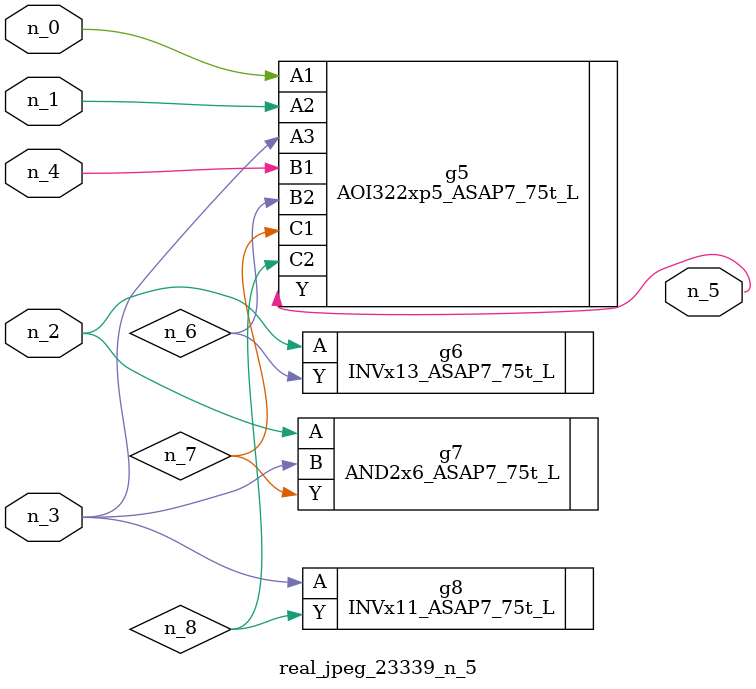
<source format=v>
module real_jpeg_23339_n_5 (n_4, n_0, n_1, n_2, n_3, n_5);

input n_4;
input n_0;
input n_1;
input n_2;
input n_3;

output n_5;

wire n_8;
wire n_6;
wire n_7;

AOI322xp5_ASAP7_75t_L g5 ( 
.A1(n_0),
.A2(n_1),
.A3(n_3),
.B1(n_4),
.B2(n_6),
.C1(n_7),
.C2(n_8),
.Y(n_5)
);

INVx13_ASAP7_75t_L g6 ( 
.A(n_2),
.Y(n_6)
);

AND2x6_ASAP7_75t_L g7 ( 
.A(n_2),
.B(n_3),
.Y(n_7)
);

INVx11_ASAP7_75t_L g8 ( 
.A(n_3),
.Y(n_8)
);


endmodule
</source>
